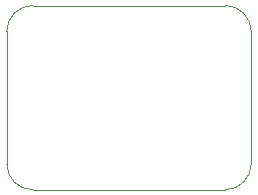
<source format=gm1>
%TF.GenerationSoftware,KiCad,Pcbnew,7.0.7*%
%TF.CreationDate,2023-09-18T16:35:53-04:00*%
%TF.ProjectId,Encoder Mount,456e636f-6465-4722-904d-6f756e742e6b,rev?*%
%TF.SameCoordinates,Original*%
%TF.FileFunction,Profile,NP*%
%FSLAX46Y46*%
G04 Gerber Fmt 4.6, Leading zero omitted, Abs format (unit mm)*
G04 Created by KiCad (PCBNEW 7.0.7) date 2023-09-18 16:35:53*
%MOMM*%
%LPD*%
G01*
G04 APERTURE LIST*
%TA.AperFunction,Profile*%
%ADD10C,0.100000*%
%TD*%
G04 APERTURE END LIST*
D10*
X91600000Y-92200000D02*
X107900000Y-92200000D01*
X89400000Y-105600000D02*
G75*
G03*
X91600000Y-107800000I2200000J0D01*
G01*
X107900000Y-107800000D02*
G75*
G03*
X110100000Y-105600000I0J2200000D01*
G01*
X89400000Y-105600000D02*
X89400000Y-94400000D01*
X110100000Y-94400000D02*
G75*
G03*
X107900000Y-92200000I-2200000J0D01*
G01*
X110100000Y-94400000D02*
X110100000Y-105600000D01*
X91600000Y-92200000D02*
G75*
G03*
X89400000Y-94400000I0J-2200000D01*
G01*
X107900000Y-107800000D02*
X91600000Y-107800000D01*
M02*

</source>
